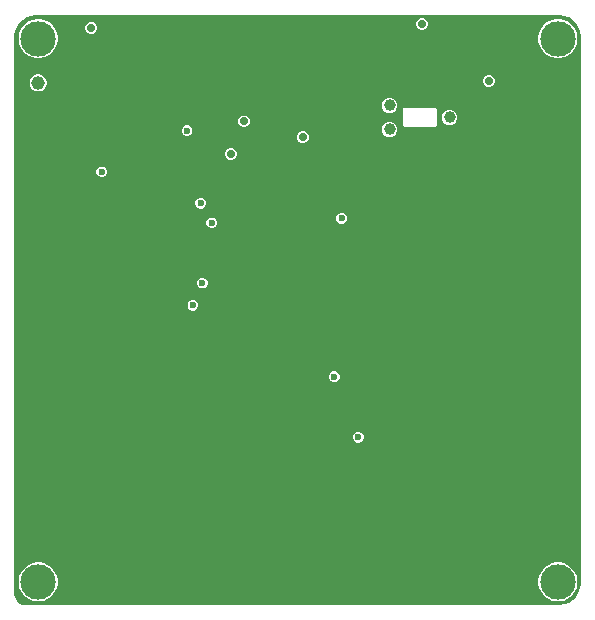
<source format=gbr>
%TF.GenerationSoftware,Altium Limited,Altium Designer,23.5.1 (21)*%
G04 Layer_Physical_Order=3*
G04 Layer_Color=10964583*
%FSLAX45Y45*%
%MOMM*%
%TF.SameCoordinates,5289BC4C-B9E5-40BB-BF73-25A575C0F3CC*%
%TF.FilePolarity,Positive*%
%TF.FileFunction,Copper,L3,Inr,Signal*%
%TF.Part,Single*%
G01*
G75*
%TA.AperFunction,ViaPad*%
%ADD53C,1.15200*%
%ADD54C,3.00000*%
%TA.AperFunction,ComponentPad*%
%ADD55C,0.99100*%
%TA.AperFunction,ViaPad*%
%ADD56C,0.80000*%
%ADD57C,0.60000*%
%ADD58C,0.70000*%
%ADD59C,0.50000*%
G36*
X12854759Y9994992D02*
X12891158Y9979916D01*
X12923914Y9958029D01*
X12951772Y9930171D01*
X12973659Y9897414D01*
X12988734Y9861016D01*
X12996420Y9822377D01*
Y9802679D01*
Y5202678D01*
Y5182980D01*
X12988734Y5144340D01*
X12973659Y5107943D01*
X12951772Y5075186D01*
X12923914Y5047328D01*
X12891158Y5025441D01*
X12854759Y5010364D01*
X12816119Y5002678D01*
X8286572D01*
X8267252Y5006521D01*
X8249054Y5014059D01*
X8232675Y5025003D01*
X8218746Y5038932D01*
X8207802Y5055310D01*
X8200264Y5073509D01*
X8196422Y5092829D01*
Y5102678D01*
Y9802678D01*
Y9802679D01*
Y9822377D01*
X8204107Y9861016D01*
X8219184Y9897414D01*
X8241071Y9930171D01*
X8268929Y9958029D01*
X8301686Y9979916D01*
X8338083Y9994992D01*
X8376723Y10002678D01*
X12816119D01*
X12854759Y9994992D01*
D02*
G37*
%LPC*%
G36*
X11658745Y9973101D02*
X11638854D01*
X11620477Y9965489D01*
X11606412Y9951424D01*
X11598800Y9933047D01*
Y9913156D01*
X11606412Y9894779D01*
X11620477Y9880713D01*
X11638854Y9873101D01*
X11658745D01*
X11677122Y9880713D01*
X11691188Y9894779D01*
X11698800Y9913156D01*
Y9933047D01*
X11691188Y9951424D01*
X11677122Y9965489D01*
X11658745Y9973101D01*
D02*
G37*
G36*
X8859946Y9940000D02*
X8840054D01*
X8821677Y9932388D01*
X8807612Y9918323D01*
X8800000Y9899946D01*
Y9880054D01*
X8807612Y9861677D01*
X8821677Y9847612D01*
X8840054Y9840000D01*
X8859946D01*
X8878323Y9847612D01*
X8892388Y9861677D01*
X8900000Y9880054D01*
Y9899946D01*
X8892388Y9918323D01*
X8878323Y9932388D01*
X8859946Y9940000D01*
D02*
G37*
G36*
X12816251Y9965000D02*
X12783749D01*
X12751871Y9958659D01*
X12721843Y9946221D01*
X12694819Y9928164D01*
X12671836Y9905181D01*
X12653779Y9878157D01*
X12641341Y9848129D01*
X12635000Y9816251D01*
Y9783749D01*
X12641341Y9751871D01*
X12653779Y9721843D01*
X12671836Y9694819D01*
X12694819Y9671836D01*
X12721843Y9653779D01*
X12751871Y9641341D01*
X12783749Y9635000D01*
X12816251D01*
X12848129Y9641341D01*
X12878157Y9653779D01*
X12905180Y9671836D01*
X12928165Y9694819D01*
X12946220Y9721843D01*
X12958659Y9751871D01*
X12964999Y9783749D01*
Y9816251D01*
X12958659Y9848129D01*
X12946220Y9878157D01*
X12928165Y9905181D01*
X12905180Y9928164D01*
X12878157Y9946221D01*
X12848129Y9958659D01*
X12816251Y9965000D01*
D02*
G37*
G36*
X8416251D02*
X8383749D01*
X8351871Y9958659D01*
X8321843Y9946221D01*
X8294819Y9928164D01*
X8271836Y9905181D01*
X8253779Y9878157D01*
X8241341Y9848129D01*
X8235000Y9816251D01*
Y9783749D01*
X8241341Y9751871D01*
X8253779Y9721843D01*
X8271836Y9694819D01*
X8294819Y9671836D01*
X8321843Y9653779D01*
X8351871Y9641341D01*
X8383749Y9635000D01*
X8416251D01*
X8448129Y9641341D01*
X8478157Y9653779D01*
X8505181Y9671836D01*
X8528164Y9694819D01*
X8546221Y9721843D01*
X8558659Y9751871D01*
X8565000Y9783749D01*
Y9816251D01*
X8558659Y9848129D01*
X8546221Y9878157D01*
X8528164Y9905181D01*
X8505181Y9928164D01*
X8478157Y9946221D01*
X8448129Y9958659D01*
X8416251Y9965000D01*
D02*
G37*
G36*
X12224265Y9492271D02*
X12204374D01*
X12185997Y9484659D01*
X12171931Y9470594D01*
X12164320Y9452217D01*
Y9432326D01*
X12171931Y9413948D01*
X12185997Y9399883D01*
X12204374Y9392271D01*
X12224265D01*
X12242642Y9399883D01*
X12256708Y9413948D01*
X12264319Y9432326D01*
Y9452217D01*
X12256708Y9470594D01*
X12242642Y9484659D01*
X12224265Y9492271D01*
D02*
G37*
G36*
X8409558Y9497600D02*
X8390442D01*
X8371977Y9492652D01*
X8355423Y9483094D01*
X8341906Y9469577D01*
X8332348Y9453022D01*
X8327400Y9434558D01*
Y9415442D01*
X8332348Y9396977D01*
X8341906Y9380423D01*
X8355423Y9366906D01*
X8371977Y9357348D01*
X8390442Y9352400D01*
X8409558D01*
X8428023Y9357348D01*
X8444577Y9366906D01*
X8458094Y9380423D01*
X8467652Y9396977D01*
X8472600Y9415442D01*
Y9434558D01*
X8467652Y9453022D01*
X8458094Y9469577D01*
X8444577Y9483094D01*
X8428023Y9492652D01*
X8409558Y9497600D01*
D02*
G37*
G36*
X11388840Y9299650D02*
X11363160D01*
X11339436Y9289823D01*
X11321277Y9271664D01*
X11311450Y9247940D01*
Y9222260D01*
X11321277Y9198535D01*
X11339436Y9180377D01*
X11363160Y9170550D01*
X11388840D01*
X11412565Y9180377D01*
X11430723Y9198535D01*
X11440550Y9222260D01*
Y9247940D01*
X11430723Y9271664D01*
X11412565Y9289823D01*
X11388840Y9299650D01*
D02*
G37*
G36*
X11896840Y9198050D02*
X11871160D01*
X11847436Y9188223D01*
X11829277Y9170064D01*
X11819450Y9146340D01*
Y9120660D01*
X11829277Y9096935D01*
X11847436Y9078777D01*
X11871160Y9068950D01*
X11896840D01*
X11920565Y9078777D01*
X11938723Y9096935D01*
X11948550Y9120660D01*
Y9146340D01*
X11938723Y9170064D01*
X11920565Y9188223D01*
X11896840Y9198050D01*
D02*
G37*
G36*
X11757158Y9213315D02*
X11503000D01*
X11491520Y9208559D01*
X11486764Y9197079D01*
Y9070000D01*
X11491520Y9058519D01*
X11503000Y9053764D01*
X11757158D01*
X11768639Y9058519D01*
X11773394Y9070000D01*
Y9197079D01*
X11768639Y9208559D01*
X11757158Y9213315D01*
D02*
G37*
G36*
X10151953Y9148908D02*
X10132062D01*
X10113685Y9141296D01*
X10099620Y9127231D01*
X10092008Y9108854D01*
Y9088962D01*
X10099620Y9070585D01*
X10113685Y9056520D01*
X10132062Y9048908D01*
X10151953D01*
X10170330Y9056520D01*
X10184396Y9070585D01*
X10192008Y9088962D01*
Y9108854D01*
X10184396Y9127231D01*
X10170330Y9141296D01*
X10151953Y9148908D01*
D02*
G37*
G36*
X9669062Y9064944D02*
X9651160D01*
X9634620Y9058093D01*
X9621962Y9045435D01*
X9615111Y9028895D01*
Y9010993D01*
X9621962Y8994454D01*
X9634620Y8981795D01*
X9651160Y8974944D01*
X9669062D01*
X9685601Y8981795D01*
X9698260Y8994454D01*
X9705111Y9010993D01*
Y9028895D01*
X9698260Y9045435D01*
X9685601Y9058093D01*
X9669062Y9064944D01*
D02*
G37*
G36*
X11388840Y9096450D02*
X11363160D01*
X11339436Y9086623D01*
X11321277Y9068464D01*
X11311450Y9044740D01*
Y9019060D01*
X11321277Y8995335D01*
X11339436Y8977177D01*
X11363160Y8967350D01*
X11388840D01*
X11412565Y8977177D01*
X11430723Y8995335D01*
X11440550Y9019060D01*
Y9044740D01*
X11430723Y9068464D01*
X11412565Y9086623D01*
X11388840Y9096450D01*
D02*
G37*
G36*
X10650006Y9013660D02*
X10630114D01*
X10611737Y9006048D01*
X10597672Y8991983D01*
X10590060Y8973606D01*
Y8953714D01*
X10597672Y8935337D01*
X10611737Y8921272D01*
X10630114Y8913660D01*
X10650006D01*
X10668383Y8921272D01*
X10682448Y8935337D01*
X10690060Y8953714D01*
Y8973606D01*
X10682448Y8991983D01*
X10668383Y9006048D01*
X10650006Y9013660D01*
D02*
G37*
G36*
X10040406Y8873960D02*
X10020514D01*
X10002137Y8866348D01*
X9988072Y8852283D01*
X9980460Y8833906D01*
Y8814014D01*
X9988072Y8795637D01*
X10002137Y8781572D01*
X10020514Y8773960D01*
X10040406D01*
X10058783Y8781572D01*
X10072848Y8795637D01*
X10080460Y8814014D01*
Y8833906D01*
X10072848Y8852283D01*
X10058783Y8866348D01*
X10040406Y8873960D01*
D02*
G37*
G36*
X8946185Y8716150D02*
X8928283D01*
X8911743Y8709300D01*
X8899085Y8696641D01*
X8892234Y8680102D01*
Y8662200D01*
X8899085Y8645660D01*
X8911743Y8633002D01*
X8928283Y8626151D01*
X8946185D01*
X8962724Y8633002D01*
X8975383Y8645660D01*
X8982234Y8662200D01*
Y8680102D01*
X8975383Y8696641D01*
X8962724Y8709300D01*
X8946185Y8716150D01*
D02*
G37*
G36*
X9785348Y8450532D02*
X9767446D01*
X9750907Y8443681D01*
X9738248Y8431023D01*
X9731397Y8414483D01*
Y8396581D01*
X9738248Y8380042D01*
X9750907Y8367383D01*
X9767446Y8360532D01*
X9785348D01*
X9801887Y8367383D01*
X9814546Y8380042D01*
X9821397Y8396581D01*
Y8414483D01*
X9814546Y8431023D01*
X9801887Y8443681D01*
X9785348Y8450532D01*
D02*
G37*
G36*
X10976960Y8322164D02*
X10959058D01*
X10942518Y8315314D01*
X10929860Y8302655D01*
X10923009Y8286116D01*
Y8268214D01*
X10929860Y8251674D01*
X10942518Y8239016D01*
X10959058Y8232165D01*
X10976960D01*
X10993499Y8239016D01*
X11006158Y8251674D01*
X11013008Y8268214D01*
Y8286116D01*
X11006158Y8302655D01*
X10993499Y8315314D01*
X10976960Y8322164D01*
D02*
G37*
G36*
X9877304Y8284441D02*
X9859402D01*
X9842862Y8277590D01*
X9830204Y8264932D01*
X9823353Y8248392D01*
Y8230490D01*
X9830204Y8213951D01*
X9842862Y8201292D01*
X9859402Y8194441D01*
X9877304D01*
X9893843Y8201292D01*
X9906502Y8213951D01*
X9913353Y8230490D01*
Y8248392D01*
X9906502Y8264932D01*
X9893843Y8277590D01*
X9877304Y8284441D01*
D02*
G37*
G36*
X9798951Y7775000D02*
X9781049D01*
X9764510Y7768149D01*
X9751851Y7755490D01*
X9745000Y7738951D01*
Y7721049D01*
X9751851Y7704510D01*
X9764510Y7691851D01*
X9781049Y7685000D01*
X9798951D01*
X9815490Y7691851D01*
X9828149Y7704510D01*
X9835000Y7721049D01*
Y7738951D01*
X9828149Y7755490D01*
X9815490Y7768149D01*
X9798951Y7775000D01*
D02*
G37*
G36*
X9718859Y7586985D02*
X9700957D01*
X9684417Y7580134D01*
X9671759Y7567475D01*
X9664908Y7550936D01*
Y7533034D01*
X9671759Y7516494D01*
X9684417Y7503836D01*
X9700957Y7496985D01*
X9718859D01*
X9735398Y7503836D01*
X9748057Y7516494D01*
X9754908Y7533034D01*
Y7550936D01*
X9748057Y7567475D01*
X9735398Y7580134D01*
X9718859Y7586985D01*
D02*
G37*
G36*
X10917103Y6984132D02*
X10899201D01*
X10882661Y6977281D01*
X10870003Y6964622D01*
X10863152Y6948083D01*
Y6930181D01*
X10870003Y6913641D01*
X10882661Y6900983D01*
X10899201Y6894132D01*
X10917103D01*
X10933642Y6900983D01*
X10946301Y6913641D01*
X10953152Y6930181D01*
Y6948083D01*
X10946301Y6964622D01*
X10933642Y6977281D01*
X10917103Y6984132D01*
D02*
G37*
G36*
X11119701Y6468305D02*
X11101799D01*
X11085260Y6461454D01*
X11072601Y6448795D01*
X11065751Y6432256D01*
Y6414354D01*
X11072601Y6397814D01*
X11085260Y6385156D01*
X11101799Y6378305D01*
X11119701D01*
X11136241Y6385156D01*
X11148899Y6397814D01*
X11155750Y6414354D01*
Y6432256D01*
X11148899Y6448795D01*
X11136241Y6461454D01*
X11119701Y6468305D01*
D02*
G37*
G36*
X12816251Y5365000D02*
X12783749D01*
X12751871Y5358659D01*
X12721843Y5346221D01*
X12694819Y5328164D01*
X12671836Y5305181D01*
X12653779Y5278157D01*
X12641341Y5248129D01*
X12635000Y5216251D01*
Y5183749D01*
X12641341Y5151871D01*
X12653779Y5121843D01*
X12671836Y5094819D01*
X12694819Y5071836D01*
X12721843Y5053779D01*
X12751871Y5041341D01*
X12783749Y5035000D01*
X12816251D01*
X12848129Y5041341D01*
X12878157Y5053779D01*
X12905180Y5071836D01*
X12928165Y5094819D01*
X12946220Y5121843D01*
X12958659Y5151871D01*
X12964999Y5183749D01*
Y5216251D01*
X12958659Y5248129D01*
X12946220Y5278157D01*
X12928165Y5305181D01*
X12905180Y5328164D01*
X12878157Y5346221D01*
X12848129Y5358659D01*
X12816251Y5365000D01*
D02*
G37*
G36*
X8416251D02*
X8383749D01*
X8351871Y5358659D01*
X8321843Y5346221D01*
X8294819Y5328164D01*
X8271836Y5305181D01*
X8253779Y5278157D01*
X8241341Y5248129D01*
X8235000Y5216251D01*
Y5183749D01*
X8241341Y5151871D01*
X8253779Y5121843D01*
X8271836Y5094819D01*
X8294819Y5071836D01*
X8321843Y5053779D01*
X8351871Y5041341D01*
X8383749Y5035000D01*
X8416251D01*
X8448129Y5041341D01*
X8478157Y5053779D01*
X8505181Y5071836D01*
X8528164Y5094819D01*
X8546221Y5121843D01*
X8558659Y5151871D01*
X8565000Y5183749D01*
Y5216251D01*
X8558659Y5248129D01*
X8546221Y5278157D01*
X8528164Y5305181D01*
X8505181Y5328164D01*
X8478157Y5346221D01*
X8448129Y5358659D01*
X8416251Y5365000D01*
D02*
G37*
%LPD*%
D53*
X12800000Y5550000D02*
D03*
X8400000Y9425000D02*
D03*
D54*
Y5200000D02*
D03*
Y9800000D02*
D03*
X12800000D02*
D03*
Y5200000D02*
D03*
D55*
X11884000Y9133500D02*
D03*
X11376000Y9031900D02*
D03*
Y9235100D02*
D03*
D56*
X11971730Y9281201D02*
D03*
X10770295Y8785651D02*
D03*
X10574552Y8602296D02*
D03*
X10849584Y8545307D02*
D03*
X10691006Y8404076D02*
D03*
X10965606Y9876418D02*
D03*
X11934005Y9906859D02*
D03*
X12134005D02*
D03*
X12334005D02*
D03*
X10850548Y9354921D02*
D03*
X10789084Y9874126D02*
D03*
X9791758Y9874650D02*
D03*
X9991758D02*
D03*
X10191758D02*
D03*
X10391758D02*
D03*
X10591758D02*
D03*
X11268446Y9307912D02*
D03*
X12797361Y9503186D02*
D03*
X12897362Y9303186D02*
D03*
X12797361Y9103186D02*
D03*
X12897362Y8903186D02*
D03*
X12797361Y8703186D02*
D03*
X12897362Y8503186D02*
D03*
X12797361Y7103185D02*
D03*
X12897362Y6903185D02*
D03*
X12797361Y6703185D02*
D03*
X12897362Y6503185D02*
D03*
X12797361Y6303185D02*
D03*
X12897362Y6103185D02*
D03*
X12797361Y5903185D02*
D03*
X12897362Y5703184D02*
D03*
X12597361Y9503186D02*
D03*
X12697361Y9303186D02*
D03*
X12597361Y9103186D02*
D03*
X12697361Y8903186D02*
D03*
X12597361Y8703186D02*
D03*
X12697361Y8503186D02*
D03*
Y6903185D02*
D03*
X12597361Y6703185D02*
D03*
X12697361Y6503185D02*
D03*
X12597361Y6303185D02*
D03*
X12697361Y6103185D02*
D03*
X12597361Y5903185D02*
D03*
X12697361Y5703184D02*
D03*
X12597361Y5503184D02*
D03*
Y5103184D02*
D03*
X12497361Y9703187D02*
D03*
X12397361Y9503186D02*
D03*
X12497361Y9303186D02*
D03*
X12397361Y9103186D02*
D03*
X12497361Y8903186D02*
D03*
X12397361Y8703186D02*
D03*
X12497361Y8503186D02*
D03*
X12397361Y8303186D02*
D03*
Y5903185D02*
D03*
X12497361Y5703184D02*
D03*
X12397361Y5503184D02*
D03*
X12497361Y5303184D02*
D03*
X12397361Y5103184D02*
D03*
X12297361Y9703187D02*
D03*
Y9303186D02*
D03*
Y8503186D02*
D03*
X12197361Y8303186D02*
D03*
X12297361Y8103186D02*
D03*
Y7703186D02*
D03*
Y5703184D02*
D03*
X12197361Y5503184D02*
D03*
X12297361Y5303184D02*
D03*
X12197361Y5103184D02*
D03*
X11997361Y9503186D02*
D03*
Y9103186D02*
D03*
X12097361Y8503186D02*
D03*
X11997361Y8303186D02*
D03*
X12097361Y8103186D02*
D03*
Y7703186D02*
D03*
X11997361Y7503185D02*
D03*
X12097361Y5703184D02*
D03*
X11997361Y5503184D02*
D03*
X12097361Y5303184D02*
D03*
X11997361Y5103184D02*
D03*
X11897361Y8903186D02*
D03*
Y8503186D02*
D03*
X11797360Y8303186D02*
D03*
X11897361Y8103186D02*
D03*
Y7703186D02*
D03*
X11797360Y7503185D02*
D03*
X11897361Y7303185D02*
D03*
Y6103185D02*
D03*
Y5703184D02*
D03*
X11797360Y5503184D02*
D03*
X11897361Y5303184D02*
D03*
X11797360Y5103184D02*
D03*
X11597360Y8303186D02*
D03*
X11697360Y8103186D02*
D03*
Y7703186D02*
D03*
Y7303185D02*
D03*
Y6103185D02*
D03*
X11597360Y5503184D02*
D03*
X11697360Y5303184D02*
D03*
X11597360Y5103184D02*
D03*
X11497360Y8503186D02*
D03*
X11397360Y7503185D02*
D03*
X11497360Y6503185D02*
D03*
Y5303184D02*
D03*
X11397360Y5103184D02*
D03*
X11197360Y9503186D02*
D03*
Y9103186D02*
D03*
X11297360Y8503186D02*
D03*
Y7703186D02*
D03*
Y7303185D02*
D03*
X11197360Y7103185D02*
D03*
X11297360Y5303184D02*
D03*
X11197360Y5103184D02*
D03*
X11097360Y9703187D02*
D03*
X10997360Y9503186D02*
D03*
X11097360Y9303186D02*
D03*
Y8503186D02*
D03*
Y8103186D02*
D03*
Y7703186D02*
D03*
X10797360Y9103186D02*
D03*
X10897360Y7703186D02*
D03*
X10797360Y6703185D02*
D03*
X10897360Y5303184D02*
D03*
X10697360Y9703187D02*
D03*
X10597360Y9503186D02*
D03*
Y6703185D02*
D03*
X10697360Y6503185D02*
D03*
X10597360Y6303185D02*
D03*
X10697360Y6103185D02*
D03*
X10597360Y5903185D02*
D03*
Y5503184D02*
D03*
X10697360Y5303184D02*
D03*
X10497360Y9703187D02*
D03*
X10397360Y9503186D02*
D03*
Y6703185D02*
D03*
X10497360Y6503185D02*
D03*
X10397360Y6303185D02*
D03*
X10497360Y6103185D02*
D03*
X10397360Y5903185D02*
D03*
X10497360Y5703184D02*
D03*
X10397360Y5503184D02*
D03*
X10497360Y5303184D02*
D03*
X10297360Y9703187D02*
D03*
X10197360Y9503186D02*
D03*
X10297360Y9303186D02*
D03*
X10197360Y6703185D02*
D03*
X10297360Y6503185D02*
D03*
X10197360Y6303185D02*
D03*
X10297360Y6103185D02*
D03*
X10197360Y5903185D02*
D03*
X10297360Y5703184D02*
D03*
X10197360Y5503184D02*
D03*
X10297360Y5303184D02*
D03*
X10097360Y9703187D02*
D03*
Y5303184D02*
D03*
X9897359Y9703187D02*
D03*
Y9303186D02*
D03*
Y8503186D02*
D03*
Y7303185D02*
D03*
Y6503185D02*
D03*
X9797359Y6303185D02*
D03*
X9897359Y6103185D02*
D03*
X9797359Y5903185D02*
D03*
X9597359Y9503186D02*
D03*
Y8303186D02*
D03*
Y7503185D02*
D03*
X9697359Y7303185D02*
D03*
X9597359Y7103185D02*
D03*
X9397359Y9503186D02*
D03*
Y8703186D02*
D03*
X9497359Y8503186D02*
D03*
X9397359Y8303186D02*
D03*
X9497359Y7303185D02*
D03*
Y6903185D02*
D03*
X9397359Y6703185D02*
D03*
Y6303185D02*
D03*
X9197359Y8703186D02*
D03*
Y8303186D02*
D03*
X9297359Y8103186D02*
D03*
X9197359Y7903186D02*
D03*
X9297359Y6503185D02*
D03*
X9197359Y6303185D02*
D03*
X9297359Y6103185D02*
D03*
X9197359Y5103184D02*
D03*
X8997359Y8303186D02*
D03*
X9097359Y8103186D02*
D03*
X8997359Y7903186D02*
D03*
X9097359Y6503185D02*
D03*
X8997359Y6303185D02*
D03*
X9097359Y6103185D02*
D03*
X8997359Y5903185D02*
D03*
Y5503184D02*
D03*
Y5103184D02*
D03*
X8797359Y9503186D02*
D03*
Y9103186D02*
D03*
Y8703186D02*
D03*
Y8303186D02*
D03*
X8897359Y8103186D02*
D03*
X8797359Y7903186D02*
D03*
X8897359Y7703186D02*
D03*
X8797359Y7503185D02*
D03*
Y7103185D02*
D03*
Y6703185D02*
D03*
X8897359Y6503185D02*
D03*
X8797359Y6303185D02*
D03*
X8897359Y6103185D02*
D03*
X8797359Y5903185D02*
D03*
X8897359Y5703184D02*
D03*
X8797359Y5503184D02*
D03*
X8897359Y5303184D02*
D03*
X8797359Y5103184D02*
D03*
X8697359Y9703187D02*
D03*
X8597359Y9503186D02*
D03*
X8697359Y9303186D02*
D03*
X8597359Y9103186D02*
D03*
Y8703186D02*
D03*
X8697359Y8503186D02*
D03*
X8597359Y8303186D02*
D03*
X8697359Y8103186D02*
D03*
X8597359Y7903186D02*
D03*
X8697359Y7703186D02*
D03*
X8597359Y7503185D02*
D03*
X8697359Y7303185D02*
D03*
X8597359Y7103185D02*
D03*
X8697359Y6903185D02*
D03*
X8597359Y6703185D02*
D03*
X8697359Y6503185D02*
D03*
X8597359Y6303185D02*
D03*
X8697359Y6103185D02*
D03*
X8597359Y5903185D02*
D03*
X8697359Y5703184D02*
D03*
X8597359Y5503184D02*
D03*
X8697359Y5303184D02*
D03*
X8597359Y5103184D02*
D03*
X8497359Y9303186D02*
D03*
X8397359Y9103186D02*
D03*
X8497359Y8903186D02*
D03*
X8397359Y8703186D02*
D03*
X8497359Y8503186D02*
D03*
X8397359Y8303186D02*
D03*
X8497359Y8103186D02*
D03*
X8397359Y7903186D02*
D03*
X8497359Y7703186D02*
D03*
X8397359Y7503185D02*
D03*
X8497359Y7303185D02*
D03*
X8397359Y7103185D02*
D03*
X8497359Y6903185D02*
D03*
X8397359Y6703185D02*
D03*
X8497359Y6503185D02*
D03*
X8397359Y6303185D02*
D03*
X8497359Y6103185D02*
D03*
X8397359Y5903185D02*
D03*
X8497359Y5703184D02*
D03*
X8397359Y5503184D02*
D03*
D57*
X12151915Y6217468D02*
D03*
X9776397Y8405532D02*
D03*
X9495615Y8848359D02*
D03*
X8937234Y8671151D02*
D03*
X11110750Y6423305D02*
D03*
X10908152Y6939132D02*
D03*
X9660111Y9019944D02*
D03*
X11337864Y6380616D02*
D03*
X9935167Y7978251D02*
D03*
X10968009Y8277165D02*
D03*
X9868353Y8239441D02*
D03*
X9709908Y7541985D02*
D03*
X9790000Y7730000D02*
D03*
X9214163Y6658316D02*
D03*
X9393198Y7141804D02*
D03*
X8668811Y8848881D02*
D03*
X9029700Y5600700D02*
D03*
X12192000Y6832600D02*
D03*
X12136892Y6373467D02*
D03*
X12512908Y8037044D02*
D03*
X11277600Y9715500D02*
D03*
X9512300Y9702800D02*
D03*
X9767528Y9368961D02*
D03*
X10955226Y7145888D02*
D03*
X10740699Y6899716D02*
D03*
X10101642Y8316621D02*
D03*
X10041529Y8643378D02*
D03*
X12389794Y6737657D02*
D03*
X12137757Y6588375D02*
D03*
D58*
X10142008Y9098908D02*
D03*
X11648800Y9923101D02*
D03*
X12214319Y9442271D02*
D03*
X10640060Y8963660D02*
D03*
X10030460Y8823960D02*
D03*
X8850000Y9890000D02*
D03*
D59*
X9050000Y9350000D02*
D03*
X9160000D02*
D03*
Y9240000D02*
D03*
X9050000D02*
D03*
X10603642Y7560005D02*
D03*
X10493642D02*
D03*
X10383642D02*
D03*
X10273642D02*
D03*
X10163642D02*
D03*
X10603642Y7670005D02*
D03*
X10493642D02*
D03*
X10383642D02*
D03*
X10273642D02*
D03*
X10163642D02*
D03*
X10603642Y7780005D02*
D03*
X10493642D02*
D03*
X10383642D02*
D03*
X10273642D02*
D03*
X10163642D02*
D03*
X10603642Y7890005D02*
D03*
X10493642D02*
D03*
X10383642D02*
D03*
X10273642D02*
D03*
X10163642D02*
D03*
X10603642Y8000005D02*
D03*
X10493642D02*
D03*
X10383642D02*
D03*
X10273642D02*
D03*
X10163642D02*
D03*
%TF.MD5,28d839df015e488a307d99b18a98353b*%
M02*

</source>
